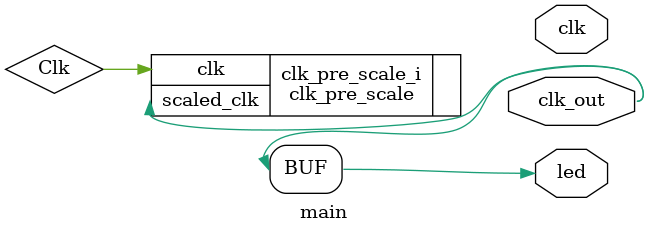
<source format=v>
module main(
    // Input
    output wire led,

    // Clock
    output wire clk,
    output wire clk_out
);
    assign led = clk_out;

    clk_pre_scale clk_pre_scale_i (
        .scaled_clk(clk_out),
        .clk(Clk),
    );

endmodule
</source>
